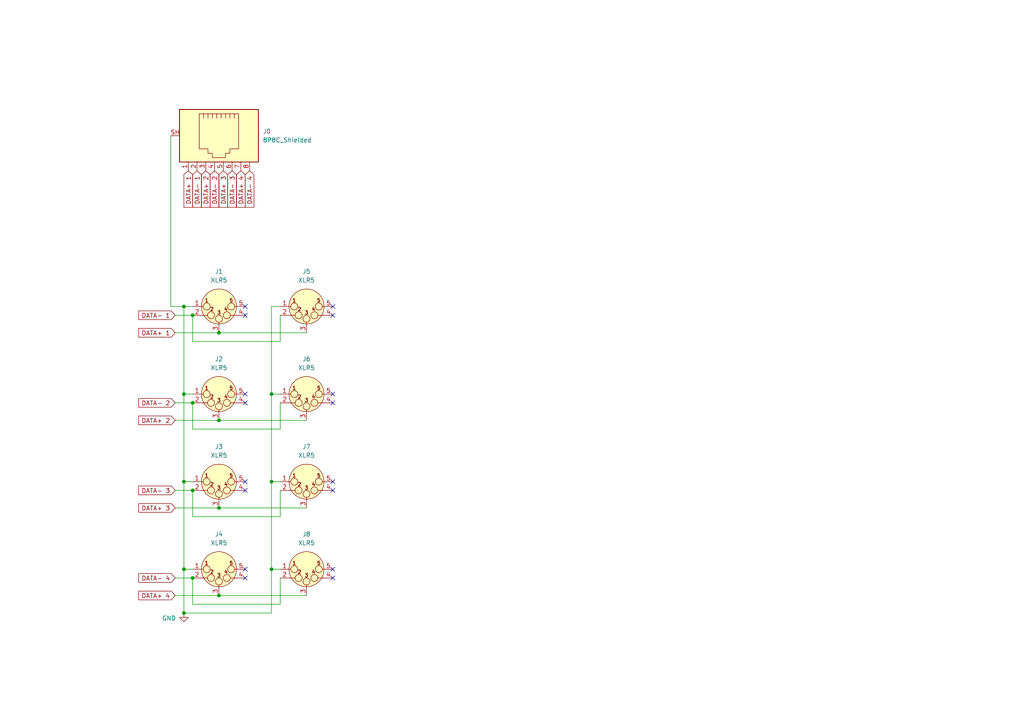
<source format=kicad_sch>
(kicad_sch (version 20231120) (generator "eeschema") (generator_version "8.0")
  (paper "A4")
  (lib_symbols
    (symbol "Connector:8P8C_Shielded" (pin_names (offset 1.016))
      (property "Reference" "J" (at -5.08 13.97 0))
      (property "Value" "8P8C_Shielded" (at 2.54 13.97 0))
      (symbol "8P8C_Shielded_0_1"
        (polyline (pts (xy -5.08 4.445) (xy -6.35 4.445)))
        (polyline (pts (xy -5.08 5.715) (xy -6.35 5.715)))
        (polyline (pts (xy -6.35 -3.175) (xy -5.08 -3.175) (xy -5.08 -3.175)))
        (polyline (pts (xy -6.35 -1.905) (xy -5.08 -1.905) (xy -5.08 -1.905)))
        (polyline (pts (xy -6.35 -0.635) (xy -5.08 -0.635) (xy -5.08 -0.635)))
        (polyline (pts (xy -6.35 0.635) (xy -5.08 0.635) (xy -5.08 0.635)))
        (polyline (pts (xy -6.35 1.905) (xy -5.08 1.905) (xy -5.08 1.905)))
        (polyline (pts (xy -5.08 3.175) (xy -6.35 3.175) (xy -6.35 3.175)))
        (polyline (pts (xy -6.35 -4.445) (xy -6.35 6.985) (xy 3.81 6.985) (xy 3.81 4.445) (xy 5.08 4.445) (xy 5.08 3.175) (xy 6.35 3.175) (xy 6.35 -0.635) (xy 5.08 -0.635) (xy 5.08 -1.905) (xy 3.81 -1.905) (xy 3.81 -4.445) (xy -6.35 -4.445) (xy -6.35 -4.445)))
        (rectangle (start 7.62 12.7) (end -7.62 -10.16) (stroke (width 0.254)) (fill (type background)))
      )
      (symbol "8P8C_Shielded_1_1"
        (pin passive line (at 10.16 -7.62 180) (length 2.54) (name "~") (number "1"))
        (pin passive line (at 10.16 -5.08 180) (length 2.54) (name "~") (number "2"))
        (pin passive line (at 10.16 -2.54 180) (length 2.54) (name "~") (number "3"))
        (pin passive line (at 10.16 0 180) (length 2.54) (name "~") (number "4"))
        (pin passive line (at 10.16 2.54 180) (length 2.54) (name "~") (number "5"))
        (pin passive line (at 10.16 5.08 180) (length 2.54) (name "~") (number "6"))
        (pin passive line (at 10.16 7.62 180) (length 2.54) (name "~") (number "7"))
        (pin passive line (at 10.16 10.16 180) (length 2.54) (name "~") (number "8"))
        (pin passive line (at 0 -12.7 90) (length 2.54) (name "~") (number "SH"))
      )
    )
    (symbol "Connector_Audio:XLR5" (pin_names hide)
      (property "Reference" "J" (at 0 8.89 0))
      (property "Value" "XLR5" (at 0 6.35 0))
      (symbol "XLR5_0_1"
        (circle (center -3.556 0) (radius 1.016))
        (circle (center -2.286 -2.54) (radius 1.016))
        (circle (center 0 -3.556) (radius 1.016))
        (polyline (pts (xy -5.08 -2.54) (xy -4.445 -2.54)))
        (polyline (pts (xy -5.08 0) (xy -4.572 0)))
        (polyline (pts (xy -4.572 -2.54) (xy -3.302 -2.54)))
        (polyline (pts (xy 0 -5.08) (xy 0 -4.572)))
        (polyline (pts (xy 4.572 -2.54) (xy 3.302 -2.54)))
        (polyline (pts (xy 5.08 -2.54) (xy 4.445 -2.54)))
        (polyline (pts (xy 5.08 0) (xy 4.572 0)))
        (circle (center 0 0) (radius 5.08) (fill (type background)))
        (circle (center 2.286 -2.54) (radius 1.016))
        (circle (center 3.556 0) (radius 1.016))
        (text "1" (at -3.556 1.778 0) (effects (font (size 1.016 1.016) (bold yes))))
        (text "2" (at -2.032 -0.762 0) (effects (font (size 1.016 1.016) (bold yes))))
        (text "3" (at 0 -1.778 0) (effects (font (size 1.016 1.016) (bold yes))))
        (text "4" (at 2.032 -0.762 0) (effects (font (size 1.016 1.016) (bold yes))))
        (text "5" (at 3.556 1.778 0) (effects (font (size 1.016 1.016) (bold yes))))
      )
      (symbol "XLR5_1_1"
        (pin passive line (at -7.62 0 0) (length 2.54) (name "P1") (number "1"))
        (pin passive line (at -7.62 -2.54 0) (length 2.54) (name "P2") (number "2"))
        (pin passive line (at 0 -7.62 90) (length 2.54) (name "P3") (number "3"))
        (pin passive line (at 7.62 -2.54 180) (length 2.54) (name "P3") (number "4"))
        (pin passive line (at 7.62 0 180) (length 2.54) (name "P5") (number "5"))
      )
    )
    (symbol "power:GND" (power) (pin_numbers hide) (pin_names (offset 0) hide)
      (property "Value" "GND" (at 0 -3.81 0))
      (symbol "GND_0_1"
        (polyline (pts (xy 0 0) (xy 0 -1.27) (xy 1.27 -1.27) (xy 0 -2.54) (xy -1.27 -1.27) (xy 0 -1.27)))
      )
      (symbol "GND_1_1"
        (pin power_in line (at 0 0 270) (length 0) (name "~") (number "1"))
      )
    )
  )
  (junction (at 55.88 167.64))
  (junction (at 53.34 114.3))
  (junction (at 78.74 114.3))
  (junction (at 63.5 121.92))
  (junction (at 55.88 142.24))
  (junction (at 78.74 139.7))
  (junction (at 53.34 165.1))
  (junction (at 53.34 88.9))
  (junction (at 53.34 177.8))
  (junction (at 53.34 139.7))
  (junction (at 63.5 172.72))
  (junction (at 78.74 165.1))
  (junction (at 55.88 91.44))
  (junction (at 63.5 96.52))
  (junction (at 55.88 116.84))
  (junction (at 63.5 147.32))
  (no_connect (at 96.52 165.1))
  (no_connect (at 71.12 114.3))
  (no_connect (at 71.12 88.9))
  (no_connect (at 96.52 114.3))
  (no_connect (at 71.12 142.24))
  (no_connect (at 71.12 165.1))
  (no_connect (at 96.52 116.84))
  (no_connect (at 71.12 91.44))
  (no_connect (at 71.12 139.7))
  (no_connect (at 96.52 91.44))
  (no_connect (at 71.12 116.84))
  (no_connect (at 96.52 142.24))
  (no_connect (at 96.52 139.7))
  (no_connect (at 71.12 167.64))
  (no_connect (at 96.52 88.9))
  (no_connect (at 96.52 167.64))
  (wire (pts (xy 55.88 167.64) (xy 55.88 175.26)))
  (wire (pts (xy 49.53 88.9) (xy 49.53 39.37)))
  (wire (pts (xy 81.28 149.86) (xy 81.28 142.24)))
  (wire (pts (xy 50.8 96.52) (xy 63.5 96.52)))
  (wire (pts (xy 78.74 88.9) (xy 81.28 88.9)))
  (wire (pts (xy 81.28 99.06) (xy 81.28 91.44)))
  (wire (pts (xy 55.88 116.84) (xy 55.88 124.46)))
  (wire (pts (xy 53.34 177.8) (xy 78.74 177.8)))
  (wire (pts (xy 78.74 114.3) (xy 78.74 88.9)))
  (wire (pts (xy 50.8 116.84) (xy 55.88 116.84)))
  (wire (pts (xy 63.5 147.32) (xy 88.9 147.32)))
  (wire (pts (xy 53.34 139.7) (xy 55.88 139.7)))
  (wire (pts (xy 53.34 88.9) (xy 53.34 114.3)))
  (wire (pts (xy 78.74 165.1) (xy 78.74 139.7)))
  (wire (pts (xy 53.34 114.3) (xy 55.88 114.3)))
  (wire (pts (xy 53.34 165.1) (xy 53.34 177.8)))
  (wire (pts (xy 78.74 114.3) (xy 81.28 114.3)))
  (wire (pts (xy 50.8 142.24) (xy 55.88 142.24)))
  (wire (pts (xy 55.88 124.46) (xy 81.28 124.46)))
  (wire (pts (xy 53.34 88.9) (xy 49.53 88.9)))
  (wire (pts (xy 78.74 177.8) (xy 78.74 165.1)))
  (wire (pts (xy 78.74 165.1) (xy 81.28 165.1)))
  (wire (pts (xy 55.88 149.86) (xy 81.28 149.86)))
  (wire (pts (xy 50.8 172.72) (xy 63.5 172.72)))
  (wire (pts (xy 78.74 139.7) (xy 81.28 139.7)))
  (wire (pts (xy 63.5 121.92) (xy 88.9 121.92)))
  (wire (pts (xy 81.28 175.26) (xy 81.28 167.64)))
  (wire (pts (xy 55.88 99.06) (xy 81.28 99.06)))
  (wire (pts (xy 53.34 114.3) (xy 53.34 139.7)))
  (wire (pts (xy 50.8 121.92) (xy 63.5 121.92)))
  (wire (pts (xy 50.8 91.44) (xy 55.88 91.44)))
  (wire (pts (xy 50.8 167.64) (xy 55.88 167.64)))
  (wire (pts (xy 55.88 142.24) (xy 55.88 149.86)))
  (wire (pts (xy 63.5 172.72) (xy 88.9 172.72)))
  (wire (pts (xy 53.34 139.7) (xy 53.34 165.1)))
  (wire (pts (xy 53.34 88.9) (xy 55.88 88.9)))
  (wire (pts (xy 53.34 165.1) (xy 55.88 165.1)))
  (wire (pts (xy 50.8 147.32) (xy 63.5 147.32)))
  (wire (pts (xy 81.28 124.46) (xy 81.28 116.84)))
  (wire (pts (xy 55.88 175.26) (xy 81.28 175.26)))
  (wire (pts (xy 55.88 91.44) (xy 55.88 99.06)))
  (wire (pts (xy 63.5 96.52) (xy 88.9 96.52)))
  (wire (pts (xy 78.74 139.7) (xy 78.74 114.3)))
  (global_label "DATA+ 4" (shape input) (at 50.8 172.72 180) (property "Intersheetrefs" "${INTERSHEET_REFS}" (effects (hide yes))))
  (global_label "DATA- 2" (shape input) (at 50.8 116.84 180) (property "Intersheetrefs" "${INTERSHEET_REFS}" (effects (hide yes))))
  (global_label "DATA- 2" (shape input) (at 62.23 49.53 270) (property "Intersheetrefs" "${INTERSHEET_REFS}" (effects (hide yes))))
  (global_label "DATA- 1" (shape input) (at 50.8 91.44 180) (property "Intersheetrefs" "${INTERSHEET_REFS}" (effects (hide yes))))
  (global_label "DATA+ 4" (shape input) (at 69.85 49.53 270) (property "Intersheetrefs" "${INTERSHEET_REFS}" (effects (hide yes))))
  (global_label "DATA- 3" (shape input) (at 67.31 49.53 270) (property "Intersheetrefs" "${INTERSHEET_REFS}" (effects (hide yes))))
  (global_label "DATA- 1" (shape input) (at 57.15 49.53 270) (property "Intersheetrefs" "${INTERSHEET_REFS}" (effects (hide yes))))
  (global_label "DATA+ 3" (shape input) (at 50.8 147.32 180) (property "Intersheetrefs" "${INTERSHEET_REFS}" (effects (hide yes))))
  (global_label "DATA- 4" (shape input) (at 50.8 167.64 180) (property "Intersheetrefs" "${INTERSHEET_REFS}" (effects (hide yes))))
  (global_label "DATA- 3" (shape input) (at 50.8 142.24 180) (property "Intersheetrefs" "${INTERSHEET_REFS}" (effects (hide yes))))
  (global_label "DATA+ 3" (shape input) (at 64.77 49.53 270) (property "Intersheetrefs" "${INTERSHEET_REFS}" (effects (hide yes))))
  (global_label "DATA+ 1" (shape input) (at 50.8 96.52 180) (property "Intersheetrefs" "${INTERSHEET_REFS}" (effects (hide yes))))
  (global_label "DATA+ 1" (shape input) (at 54.61 49.53 270) (property "Intersheetrefs" "${INTERSHEET_REFS}" (effects (hide yes))))
  (global_label "DATA- 4" (shape input) (at 72.39 49.53 270) (property "Intersheetrefs" "${INTERSHEET_REFS}" (effects (hide yes))))
  (global_label "DATA+ 2" (shape input) (at 50.8 121.92 180) (property "Intersheetrefs" "${INTERSHEET_REFS}" (effects (hide yes))))
  (global_label "DATA+ 2" (shape input) (at 59.69 49.53 270) (property "Intersheetrefs" "${INTERSHEET_REFS}" (effects (hide yes))))
  (symbol (lib_id "Connector_Audio:XLR5") (at 88.9 165.1 0) (unit 1)
    (property "Reference" "J8" (at 88.9 154.94 0))
    (property "Value" "XLR5" (at 88.9 157.48 0))
    (property "Footprint" "XLR_3+5:Jack_XLR_Neutrik_NC3+5MAH_Horizontal" (effects (hide yes)))
    (property "Description" "XLR Connector, Male or Female, 5 Pins" (effects (hide yes)))
  )
  (symbol (lib_id "Connector_Audio:XLR5") (at 88.9 114.3 0) (unit 1)
    (property "Reference" "J6" (at 88.9 104.14 0))
    (property "Value" "XLR5" (at 88.9 106.68 0))
    (property "Footprint" "XLR_3+5:Jack_XLR_Neutrik_NC3+5MAH_Horizontal" (effects (hide yes)))
    (property "Description" "XLR Connector, Male or Female, 5 Pins" (effects (hide yes)))
  )
  (symbol (lib_id "Connector_Audio:XLR5") (at 88.9 139.7 0) (unit 1)
    (property "Reference" "J7" (at 88.9 129.54 0))
    (property "Value" "XLR5" (at 88.9 132.08 0))
    (property "Footprint" "XLR_3+5:Jack_XLR_Neutrik_NC3+5MAH_Horizontal" (effects (hide yes)))
    (property "Description" "XLR Connector, Male or Female, 5 Pins" (effects (hide yes)))
  )
  (symbol (lib_id "power:GND") (at 53.34 177.8 0) (unit 1)
    (property "Reference" "#PWR01" (effects (hide yes)))
    (property "Value" "GND" (at 49.022 179.324 0))
    (property "Description" "Power symbol creates a global label with name \"GND\" , ground" (effects (hide yes)))
  )
  (symbol (lib_id "Connector:8P8C_Shielded") (at 62.23 39.37 270) (unit 1)
    (property "Reference" "J0" (at 76.2 38.0999 90) (effects (justify left)))
    (property "Value" "8P8C_Shielded" (at 76.2 40.6399 90) (effects (justify left)))
    (property "Footprint" "Connector_RJ:RJ45_Ninigi_GE" (effects (hide yes)))
    (property "Description" "RJ connector, 8P8C (8 positions 8 connected), RJ31/RJ32/RJ33/RJ34/RJ35/RJ41/RJ45/RJ49/RJ61, Shielded" (effects (hide yes)))
  )
  (symbol (lib_id "Connector_Audio:XLR5") (at 63.5 88.9 0) (unit 1)
    (property "Reference" "J1" (at 63.5 78.74 0))
    (property "Value" "XLR5" (at 63.5 81.28 0))
    (property "Footprint" "XLR_3+5:Jack_XLR_Neutrik_NC3+5FAH2-0_Horizontal" (effects (hide yes)))
    (property "Description" "XLR Connector, Male or Female, 5 Pins" (effects (hide yes)))
  )
  (symbol (lib_id "Connector_Audio:XLR5") (at 63.5 114.3 0) (unit 1)
    (property "Reference" "J2" (at 63.5 104.14 0))
    (property "Value" "XLR5" (at 63.5 106.68 0))
    (property "Footprint" "XLR_3+5:Jack_XLR_Neutrik_NC3+5FAH2-0_Horizontal" (effects (hide yes)))
    (property "Description" "XLR Connector, Male or Female, 5 Pins" (effects (hide yes)))
  )
  (symbol (lib_id "Connector_Audio:XLR5") (at 63.5 165.1 0) (unit 1)
    (property "Reference" "J4" (at 63.5 154.94 0))
    (property "Value" "XLR5" (at 63.5 157.48 0))
    (property "Footprint" "XLR_3+5:Jack_XLR_Neutrik_NC3+5FAH2-0_Horizontal" (effects (hide yes)))
    (property "Description" "XLR Connector, Male or Female, 5 Pins" (effects (hide yes)))
  )
  (symbol (lib_id "Connector_Audio:XLR5") (at 63.5 139.7 0) (unit 1)
    (property "Reference" "J3" (at 63.5 129.54 0))
    (property "Value" "XLR5" (at 63.5 132.08 0))
    (property "Footprint" "XLR_3+5:Jack_XLR_Neutrik_NC3+5FAH2-0_Horizontal" (effects (hide yes)))
    (property "Description" "XLR Connector, Male or Female, 5 Pins" (effects (hide yes)))
  )
  (symbol (lib_id "Connector_Audio:XLR5") (at 88.9 88.9 0) (unit 1)
    (property "Reference" "J5" (at 88.9 78.74 0))
    (property "Value" "XLR5" (at 88.9 81.28 0))
    (property "Footprint" "XLR_3+5:Jack_XLR_Neutrik_NC3+5MAH_Horizontal" (effects (hide yes)))
    (property "Description" "XLR Connector, Male or Female, 5 Pins" (effects (hide yes)))
  )
)
</source>
